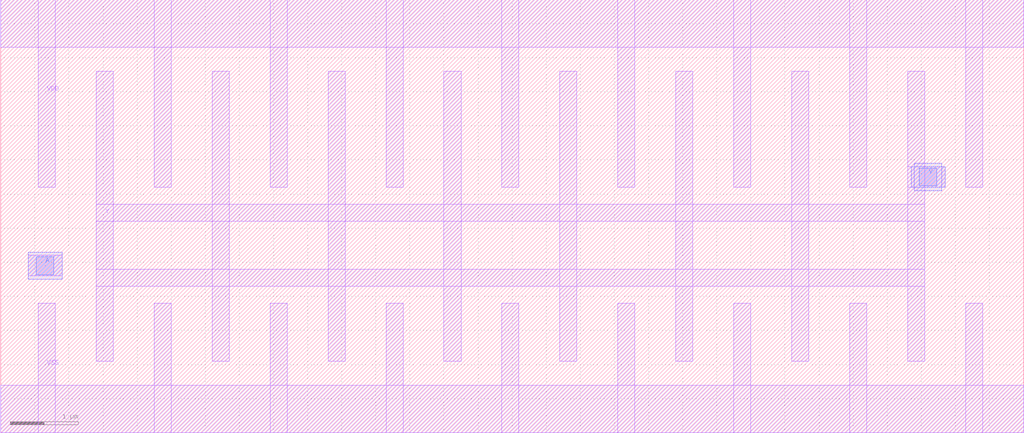
<source format=lef>
# Copyright 2022 Google LLC
# Licensed under the Apache License, Version 2.0 (the "License");
# you may not use this file except in compliance with the License.
# You may obtain a copy of the License at
#
#      http://www.apache.org/licenses/LICENSE-2.0
#
# Unless required by applicable law or agreed to in writing, software
# distributed under the License is distributed on an "AS IS" BASIS,
# WITHOUT WARRANTIES OR CONDITIONS OF ANY KIND, either express or implied.
# See the License for the specific language governing permissions and
# limitations under the License.
VERSION 5.7 ;
BUSBITCHARS "[]" ;
DIVIDERCHAR "/" ;

MACRO gf180mcu_osu_sc_gp9t3v3__inv_16
  CLASS CORE ;
  ORIGIN 0 0 ;
  FOREIGN gf180mcu_osu_sc_gp9t3v3__inv_16 0 0 ;
  SIZE 15 BY 6.35 ;
  SYMMETRY X Y ;
  SITE gf180mcu_osu_sc_gp9t3v3 ;
  PIN VDD
    DIRECTION INOUT ;
    USE POWER ;
    SHAPE ABUTMENT ;
    PORT
      LAYER Metal1 ;
        RECT 0 5.65 15 6.35 ;
        RECT 14.15 3.6 14.4 6.35 ;
        RECT 12.45 3.6 12.7 6.35 ;
        RECT 10.75 3.6 11 6.35 ;
        RECT 9.05 3.6 9.3 6.35 ;
        RECT 7.35 3.6 7.6 6.35 ;
        RECT 5.65 3.6 5.9 6.35 ;
        RECT 3.95 3.6 4.2 6.35 ;
        RECT 2.25 3.6 2.5 6.35 ;
        RECT 0.55 3.6 0.8 6.35 ;
    END
  END VDD
  PIN VSS
    DIRECTION INOUT ;
    USE GROUND ;
    SHAPE ABUTMENT ;
    PORT
      LAYER Metal1 ;
        RECT 0 0 15 0.7 ;
        RECT 14.15 0 14.4 1.9 ;
        RECT 12.45 0 12.7 1.9 ;
        RECT 10.75 0 11 1.9 ;
        RECT 9.05 0 9.3 1.9 ;
        RECT 7.35 0 7.6 1.9 ;
        RECT 5.65 0 5.9 1.9 ;
        RECT 3.95 0 4.2 1.9 ;
        RECT 2.25 0 2.5 1.9 ;
        RECT 0.55 0 0.8 1.9 ;
    END
  END VSS
  PIN A
    DIRECTION INPUT ;
    USE SIGNAL ;
    PORT
      LAYER Metal1 ;
        RECT 0.4 2.3 0.9 2.6 ;
      LAYER Metal2 ;
        RECT 0.4 2.25 0.9 2.65 ;
      LAYER Via1 ;
        RECT 0.52 2.32 0.78 2.58 ;
    END
  END A
  PIN Y
    DIRECTION OUTPUT ;
    USE SIGNAL ;
    PORT
      LAYER Metal1 ;
        RECT 13.3 3.6 13.85 3.9 ;
        RECT 13.3 1.05 13.55 5.3 ;
        RECT 1.4 3.1 13.55 3.35 ;
        RECT 1.4 2.15 13.55 2.4 ;
        RECT 11.6 1.05 11.85 5.3 ;
        RECT 9.9 1.05 10.15 5.3 ;
        RECT 8.2 1.05 8.45 5.3 ;
        RECT 6.5 1.05 6.75 5.3 ;
        RECT 4.8 1.05 5.05 5.3 ;
        RECT 3.1 1.05 3.35 5.3 ;
        RECT 1.4 1.05 1.65 5.3 ;
      LAYER Metal2 ;
        RECT 13.35 3.6 13.85 3.9 ;
        RECT 13.4 3.55 13.8 3.95 ;
      LAYER Via1 ;
        RECT 13.47 3.62 13.73 3.88 ;
    END
  END Y
END gf180mcu_osu_sc_gp9t3v3__inv_16

</source>
